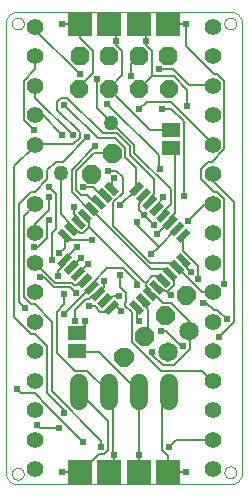
<source format=gbl>
G75*
G70*
%OFA0B0*%
%FSLAX24Y24*%
%IPPOS*%
%LPD*%
%AMOC8*
5,1,8,0,0,1.08239X$1,22.5*
%
%ADD10C,0.0000*%
%ADD11C,0.0560*%
%ADD12R,0.0500X0.0220*%
%ADD13R,0.0220X0.0500*%
%ADD14R,0.0630X0.0460*%
%ADD15C,0.0600*%
%ADD16OC8,0.0594*%
%ADD17R,0.0787X0.0787*%
%ADD18C,0.0500*%
%ADD19C,0.0650*%
%ADD20OC8,0.0630*%
%ADD21C,0.0126*%
%ADD22C,0.0080*%
%ADD23C,0.0240*%
D10*
X000529Y001425D02*
X007615Y001425D01*
X007418Y001819D02*
X007420Y001846D01*
X007426Y001873D01*
X007435Y001899D01*
X007448Y001923D01*
X007464Y001946D01*
X007483Y001965D01*
X007505Y001982D01*
X007529Y001996D01*
X007554Y002006D01*
X007581Y002013D01*
X007608Y002016D01*
X007636Y002015D01*
X007663Y002010D01*
X007689Y002002D01*
X007713Y001990D01*
X007736Y001974D01*
X007757Y001956D01*
X007774Y001935D01*
X007789Y001911D01*
X007800Y001886D01*
X007808Y001860D01*
X007812Y001833D01*
X007812Y001805D01*
X007808Y001778D01*
X007800Y001752D01*
X007789Y001727D01*
X007774Y001703D01*
X007757Y001682D01*
X007736Y001664D01*
X007714Y001648D01*
X007689Y001636D01*
X007663Y001628D01*
X007636Y001623D01*
X007608Y001622D01*
X007581Y001625D01*
X007554Y001632D01*
X007529Y001642D01*
X007505Y001656D01*
X007483Y001673D01*
X007464Y001692D01*
X007448Y001715D01*
X007435Y001739D01*
X007426Y001765D01*
X007420Y001792D01*
X007418Y001819D01*
X007615Y001425D02*
X007654Y001427D01*
X007692Y001433D01*
X007729Y001442D01*
X007766Y001455D01*
X007801Y001472D01*
X007834Y001491D01*
X007865Y001514D01*
X007894Y001540D01*
X007920Y001569D01*
X007943Y001600D01*
X007962Y001633D01*
X007979Y001668D01*
X007992Y001705D01*
X008001Y001742D01*
X008007Y001780D01*
X008009Y001819D01*
X008009Y016780D01*
X007418Y016780D02*
X007420Y016807D01*
X007426Y016834D01*
X007435Y016860D01*
X007448Y016884D01*
X007464Y016907D01*
X007483Y016926D01*
X007505Y016943D01*
X007529Y016957D01*
X007554Y016967D01*
X007581Y016974D01*
X007608Y016977D01*
X007636Y016976D01*
X007663Y016971D01*
X007689Y016963D01*
X007713Y016951D01*
X007736Y016935D01*
X007757Y016917D01*
X007774Y016896D01*
X007789Y016872D01*
X007800Y016847D01*
X007808Y016821D01*
X007812Y016794D01*
X007812Y016766D01*
X007808Y016739D01*
X007800Y016713D01*
X007789Y016688D01*
X007774Y016664D01*
X007757Y016643D01*
X007736Y016625D01*
X007714Y016609D01*
X007689Y016597D01*
X007663Y016589D01*
X007636Y016584D01*
X007608Y016583D01*
X007581Y016586D01*
X007554Y016593D01*
X007529Y016603D01*
X007505Y016617D01*
X007483Y016634D01*
X007464Y016653D01*
X007448Y016676D01*
X007435Y016700D01*
X007426Y016726D01*
X007420Y016753D01*
X007418Y016780D01*
X007615Y017174D02*
X007654Y017172D01*
X007692Y017166D01*
X007729Y017157D01*
X007766Y017144D01*
X007801Y017127D01*
X007834Y017108D01*
X007865Y017085D01*
X007894Y017059D01*
X007920Y017030D01*
X007943Y016999D01*
X007962Y016966D01*
X007979Y016931D01*
X007992Y016894D01*
X008001Y016857D01*
X008007Y016819D01*
X008009Y016780D01*
X007615Y017173D02*
X000529Y017173D01*
X000332Y016780D02*
X000334Y016807D01*
X000340Y016834D01*
X000349Y016860D01*
X000362Y016884D01*
X000378Y016907D01*
X000397Y016926D01*
X000419Y016943D01*
X000443Y016957D01*
X000468Y016967D01*
X000495Y016974D01*
X000522Y016977D01*
X000550Y016976D01*
X000577Y016971D01*
X000603Y016963D01*
X000627Y016951D01*
X000650Y016935D01*
X000671Y016917D01*
X000688Y016896D01*
X000703Y016872D01*
X000714Y016847D01*
X000722Y016821D01*
X000726Y016794D01*
X000726Y016766D01*
X000722Y016739D01*
X000714Y016713D01*
X000703Y016688D01*
X000688Y016664D01*
X000671Y016643D01*
X000650Y016625D01*
X000628Y016609D01*
X000603Y016597D01*
X000577Y016589D01*
X000550Y016584D01*
X000522Y016583D01*
X000495Y016586D01*
X000468Y016593D01*
X000443Y016603D01*
X000419Y016617D01*
X000397Y016634D01*
X000378Y016653D01*
X000362Y016676D01*
X000349Y016700D01*
X000340Y016726D01*
X000334Y016753D01*
X000332Y016780D01*
X000135Y016780D02*
X000137Y016819D01*
X000143Y016857D01*
X000152Y016894D01*
X000165Y016931D01*
X000182Y016966D01*
X000201Y016999D01*
X000224Y017030D01*
X000250Y017059D01*
X000279Y017085D01*
X000310Y017108D01*
X000343Y017127D01*
X000378Y017144D01*
X000415Y017157D01*
X000452Y017166D01*
X000490Y017172D01*
X000529Y017174D01*
X000135Y016780D02*
X000135Y001819D01*
X000137Y001780D01*
X000143Y001742D01*
X000152Y001705D01*
X000165Y001668D01*
X000182Y001633D01*
X000201Y001600D01*
X000224Y001569D01*
X000250Y001540D01*
X000279Y001514D01*
X000310Y001491D01*
X000343Y001472D01*
X000378Y001455D01*
X000415Y001442D01*
X000452Y001433D01*
X000490Y001427D01*
X000529Y001425D01*
X000332Y001770D02*
X000334Y001797D01*
X000340Y001824D01*
X000349Y001850D01*
X000362Y001874D01*
X000378Y001897D01*
X000397Y001916D01*
X000419Y001933D01*
X000443Y001947D01*
X000468Y001957D01*
X000495Y001964D01*
X000522Y001967D01*
X000550Y001966D01*
X000577Y001961D01*
X000603Y001953D01*
X000627Y001941D01*
X000650Y001925D01*
X000671Y001907D01*
X000688Y001886D01*
X000703Y001862D01*
X000714Y001837D01*
X000722Y001811D01*
X000726Y001784D01*
X000726Y001756D01*
X000722Y001729D01*
X000714Y001703D01*
X000703Y001678D01*
X000688Y001654D01*
X000671Y001633D01*
X000650Y001615D01*
X000628Y001599D01*
X000603Y001587D01*
X000577Y001579D01*
X000550Y001574D01*
X000522Y001573D01*
X000495Y001576D01*
X000468Y001583D01*
X000443Y001593D01*
X000419Y001607D01*
X000397Y001624D01*
X000378Y001643D01*
X000362Y001666D01*
X000349Y001690D01*
X000340Y001716D01*
X000334Y001743D01*
X000332Y001770D01*
D11*
X001119Y001917D03*
X001119Y002902D03*
X001119Y003886D03*
X001119Y004870D03*
X001119Y005854D03*
X001119Y006839D03*
X001119Y007823D03*
X001119Y008807D03*
X001119Y009791D03*
X001119Y010776D03*
X001119Y011760D03*
X001119Y012744D03*
X001119Y013728D03*
X001119Y014713D03*
X001119Y015697D03*
X001119Y016681D03*
X007025Y016681D03*
X007025Y015697D03*
X007025Y014713D03*
X007025Y013728D03*
X007025Y012744D03*
X007025Y011760D03*
X007025Y010776D03*
X007025Y009791D03*
X007025Y008807D03*
X007025Y007823D03*
X007025Y006839D03*
X007025Y005854D03*
X007025Y004870D03*
X007025Y003886D03*
X007025Y002902D03*
X007025Y001917D03*
D12*
G36*
X004612Y007801D02*
X004964Y007449D01*
X004808Y007293D01*
X004456Y007645D01*
X004612Y007801D01*
G37*
G36*
X004389Y007579D02*
X004741Y007227D01*
X004585Y007071D01*
X004233Y007423D01*
X004389Y007579D01*
G37*
G36*
X004835Y008024D02*
X005187Y007672D01*
X005031Y007516D01*
X004679Y007868D01*
X004835Y008024D01*
G37*
G36*
X005058Y008247D02*
X005410Y007895D01*
X005254Y007739D01*
X004902Y008091D01*
X005058Y008247D01*
G37*
G36*
X005280Y008470D02*
X005632Y008118D01*
X005476Y007962D01*
X005124Y008314D01*
X005280Y008470D01*
G37*
G36*
X005503Y008692D02*
X005855Y008340D01*
X005699Y008184D01*
X005347Y008536D01*
X005503Y008692D01*
G37*
G36*
X005726Y008915D02*
X006078Y008563D01*
X005922Y008407D01*
X005570Y008759D01*
X005726Y008915D01*
G37*
G36*
X005948Y009138D02*
X006300Y008786D01*
X006144Y008630D01*
X005792Y008982D01*
X005948Y009138D01*
G37*
G36*
X003558Y011528D02*
X003910Y011176D01*
X003754Y011020D01*
X003402Y011372D01*
X003558Y011528D01*
G37*
G36*
X003336Y011305D02*
X003688Y010953D01*
X003532Y010797D01*
X003180Y011149D01*
X003336Y011305D01*
G37*
G36*
X003113Y011082D02*
X003465Y010730D01*
X003309Y010574D01*
X002957Y010926D01*
X003113Y011082D01*
G37*
G36*
X002890Y010860D02*
X003242Y010508D01*
X003086Y010352D01*
X002734Y010704D01*
X002890Y010860D01*
G37*
G36*
X002668Y010637D02*
X003020Y010285D01*
X002864Y010129D01*
X002512Y010481D01*
X002668Y010637D01*
G37*
G36*
X002445Y010414D02*
X002797Y010062D01*
X002641Y009906D01*
X002289Y010258D01*
X002445Y010414D01*
G37*
G36*
X002222Y010191D02*
X002574Y009839D01*
X002418Y009683D01*
X002066Y010035D01*
X002222Y010191D01*
G37*
G36*
X001999Y009969D02*
X002351Y009617D01*
X002195Y009461D01*
X001843Y009813D01*
X001999Y009969D01*
G37*
D13*
G36*
X002195Y009138D02*
X002351Y008982D01*
X001999Y008630D01*
X001843Y008786D01*
X002195Y009138D01*
G37*
G36*
X002418Y008915D02*
X002574Y008759D01*
X002222Y008407D01*
X002066Y008563D01*
X002418Y008915D01*
G37*
G36*
X002641Y008692D02*
X002797Y008536D01*
X002445Y008184D01*
X002289Y008340D01*
X002641Y008692D01*
G37*
G36*
X002864Y008470D02*
X003020Y008314D01*
X002668Y007962D01*
X002512Y008118D01*
X002864Y008470D01*
G37*
G36*
X003086Y008247D02*
X003242Y008091D01*
X002890Y007739D01*
X002734Y007895D01*
X003086Y008247D01*
G37*
G36*
X003309Y008024D02*
X003465Y007868D01*
X003113Y007516D01*
X002957Y007672D01*
X003309Y008024D01*
G37*
G36*
X003532Y007801D02*
X003688Y007645D01*
X003336Y007293D01*
X003180Y007449D01*
X003532Y007801D01*
G37*
G36*
X003754Y007579D02*
X003910Y007423D01*
X003558Y007071D01*
X003402Y007227D01*
X003754Y007579D01*
G37*
G36*
X005254Y010860D02*
X005410Y010704D01*
X005058Y010352D01*
X004902Y010508D01*
X005254Y010860D01*
G37*
G36*
X005031Y011082D02*
X005187Y010926D01*
X004835Y010574D01*
X004679Y010730D01*
X005031Y011082D01*
G37*
G36*
X004808Y011305D02*
X004964Y011149D01*
X004612Y010797D01*
X004456Y010953D01*
X004808Y011305D01*
G37*
G36*
X004585Y011528D02*
X004741Y011372D01*
X004389Y011020D01*
X004233Y011176D01*
X004585Y011528D01*
G37*
G36*
X005476Y010637D02*
X005632Y010481D01*
X005280Y010129D01*
X005124Y010285D01*
X005476Y010637D01*
G37*
G36*
X005699Y010414D02*
X005855Y010258D01*
X005503Y009906D01*
X005347Y010062D01*
X005699Y010414D01*
G37*
G36*
X005922Y010191D02*
X006078Y010035D01*
X005726Y009683D01*
X005570Y009839D01*
X005922Y010191D01*
G37*
G36*
X006144Y009969D02*
X006300Y009813D01*
X005948Y009461D01*
X005792Y009617D01*
X006144Y009969D01*
G37*
D14*
X005647Y012641D03*
X005647Y013241D03*
X002497Y006450D03*
X002497Y005850D03*
D15*
X002572Y004800D02*
X002572Y004200D01*
X003572Y004200D02*
X003572Y004800D01*
X004572Y004800D02*
X004572Y004200D01*
X005572Y004200D02*
X005572Y004800D01*
D16*
X005572Y014605D03*
X004572Y014605D03*
X003572Y014605D03*
X002572Y014605D03*
D17*
X002596Y016780D03*
X003580Y016780D03*
X004564Y016780D03*
X005548Y016780D03*
X005548Y001819D03*
X004564Y001819D03*
X003580Y001819D03*
X002596Y001819D03*
D18*
X001957Y011811D03*
X003628Y013481D03*
D19*
X006237Y006543D03*
X005530Y005836D03*
D20*
X005548Y015697D03*
X004564Y015697D03*
X003580Y015697D03*
X002596Y015697D03*
D21*
X003490Y012408D02*
X003427Y012345D01*
X003427Y012553D01*
X003574Y012700D01*
X003782Y012700D01*
X003929Y012553D01*
X003929Y012345D01*
X003782Y012198D01*
X003574Y012198D01*
X003427Y012345D01*
X003522Y012384D01*
X003522Y012514D01*
X003613Y012605D01*
X003743Y012605D01*
X003834Y012514D01*
X003834Y012384D01*
X003743Y012293D01*
X003613Y012293D01*
X003522Y012384D01*
X003616Y012423D01*
X003616Y012475D01*
X003652Y012511D01*
X003704Y012511D01*
X003740Y012475D01*
X003740Y012423D01*
X003704Y012387D01*
X003652Y012387D01*
X003616Y012423D01*
X002801Y011719D02*
X002738Y011656D01*
X002738Y011864D01*
X002885Y012011D01*
X003093Y012011D01*
X003240Y011864D01*
X003240Y011656D01*
X003093Y011509D01*
X002885Y011509D01*
X002738Y011656D01*
X002833Y011695D01*
X002833Y011825D01*
X002924Y011916D01*
X003054Y011916D01*
X003145Y011825D01*
X003145Y011695D01*
X003054Y011604D01*
X002924Y011604D01*
X002833Y011695D01*
X002927Y011734D01*
X002927Y011786D01*
X002963Y011822D01*
X003015Y011822D01*
X003051Y011786D01*
X003051Y011734D01*
X003015Y011698D01*
X002963Y011698D01*
X002927Y011734D01*
X004573Y006305D02*
X004510Y006242D01*
X004510Y006450D01*
X004657Y006597D01*
X004865Y006597D01*
X005012Y006450D01*
X005012Y006242D01*
X004865Y006095D01*
X004657Y006095D01*
X004510Y006242D01*
X004605Y006281D01*
X004605Y006411D01*
X004696Y006502D01*
X004826Y006502D01*
X004917Y006411D01*
X004917Y006281D01*
X004826Y006190D01*
X004696Y006190D01*
X004605Y006281D01*
X004699Y006320D01*
X004699Y006372D01*
X004735Y006408D01*
X004787Y006408D01*
X004823Y006372D01*
X004823Y006320D01*
X004787Y006284D01*
X004735Y006284D01*
X004699Y006320D01*
X003884Y005616D02*
X003821Y005553D01*
X003821Y005761D01*
X003968Y005908D01*
X004176Y005908D01*
X004323Y005761D01*
X004323Y005553D01*
X004176Y005406D01*
X003968Y005406D01*
X003821Y005553D01*
X003916Y005592D01*
X003916Y005722D01*
X004007Y005813D01*
X004137Y005813D01*
X004228Y005722D01*
X004228Y005592D01*
X004137Y005501D01*
X004007Y005501D01*
X003916Y005592D01*
X004010Y005631D01*
X004010Y005683D01*
X004046Y005719D01*
X004098Y005719D01*
X004134Y005683D01*
X004134Y005631D01*
X004098Y005595D01*
X004046Y005595D01*
X004010Y005631D01*
X005262Y006994D02*
X005199Y006931D01*
X005199Y007139D01*
X005346Y007286D01*
X005554Y007286D01*
X005701Y007139D01*
X005701Y006931D01*
X005554Y006784D01*
X005346Y006784D01*
X005199Y006931D01*
X005294Y006970D01*
X005294Y007100D01*
X005385Y007191D01*
X005515Y007191D01*
X005606Y007100D01*
X005606Y006970D01*
X005515Y006879D01*
X005385Y006879D01*
X005294Y006970D01*
X005388Y007009D01*
X005388Y007061D01*
X005424Y007097D01*
X005476Y007097D01*
X005512Y007061D01*
X005512Y007009D01*
X005476Y006973D01*
X005424Y006973D01*
X005388Y007009D01*
X005951Y007683D02*
X005888Y007620D01*
X005888Y007828D01*
X006035Y007975D01*
X006243Y007975D01*
X006390Y007828D01*
X006390Y007620D01*
X006243Y007473D01*
X006035Y007473D01*
X005888Y007620D01*
X005983Y007659D01*
X005983Y007789D01*
X006074Y007880D01*
X006204Y007880D01*
X006295Y007789D01*
X006295Y007659D01*
X006204Y007568D01*
X006074Y007568D01*
X005983Y007659D01*
X006077Y007698D01*
X006077Y007750D01*
X006113Y007786D01*
X006165Y007786D01*
X006201Y007750D01*
X006201Y007698D01*
X006165Y007662D01*
X006113Y007662D01*
X006077Y007698D01*
D22*
X005749Y008071D02*
X005749Y008291D01*
X005607Y008433D01*
X005601Y008438D01*
X005560Y008449D01*
X005426Y008583D01*
X004962Y008583D01*
X002993Y010551D01*
X002993Y010598D01*
X002988Y010606D01*
X002954Y010535D01*
X002324Y011165D01*
X002324Y011913D01*
X003096Y012685D01*
X003190Y012961D02*
X002080Y014071D01*
X001985Y014307D02*
X002174Y014307D01*
X003363Y013118D01*
X003828Y013118D01*
X004261Y012685D01*
X004261Y012402D01*
X005080Y011583D01*
X005080Y011102D01*
X004938Y010961D01*
X004938Y010835D01*
X004933Y010828D01*
X005159Y010740D02*
X005159Y010606D01*
X005156Y010606D01*
X005159Y010740D02*
X005387Y010969D01*
X005387Y011000D01*
X005623Y010756D02*
X005379Y010512D01*
X005379Y010386D01*
X005378Y010383D01*
X005560Y010150D02*
X005601Y010160D01*
X005607Y010165D01*
X005607Y010299D01*
X005781Y010472D01*
X005781Y012504D01*
X005647Y012638D01*
X005647Y012641D01*
X005647Y013241D02*
X005647Y013244D01*
X004930Y013244D01*
X003576Y014598D01*
X003572Y014605D01*
X003592Y014638D01*
X004009Y015055D01*
X004009Y015874D01*
X003820Y016063D01*
X003820Y016150D01*
X003804Y016189D01*
X003804Y016559D01*
X003584Y016780D01*
X003580Y016780D01*
X003025Y015874D02*
X003025Y015126D01*
X002576Y014677D01*
X002576Y014606D01*
X002572Y014605D01*
X002592Y015094D02*
X001119Y016567D01*
X001119Y016681D01*
X001119Y015697D02*
X001119Y015268D01*
X000725Y014874D01*
X000725Y013567D01*
X001072Y013220D01*
X001119Y012748D02*
X001119Y012744D01*
X001103Y012709D01*
X000411Y012016D01*
X000411Y006992D01*
X000962Y006441D01*
X001088Y006441D01*
X001513Y006016D01*
X001513Y004465D01*
X002072Y003906D01*
X002072Y003787D01*
X001907Y003291D02*
X001285Y003291D01*
X001166Y003409D01*
X001513Y004016D02*
X001513Y004047D01*
X001088Y004472D01*
X000631Y004472D01*
X000505Y004598D01*
X001513Y004016D02*
X002710Y002819D01*
X003237Y002425D02*
X002647Y001835D01*
X002631Y001835D01*
X002596Y001819D01*
X002009Y001819D01*
X003237Y002425D02*
X003411Y002425D01*
X003552Y002567D01*
X003552Y003520D01*
X002572Y004500D01*
X002426Y005213D02*
X002844Y005213D01*
X003536Y004520D01*
X003572Y004500D01*
X003710Y004362D01*
X003710Y002449D01*
X003725Y002409D01*
X003725Y001961D01*
X003584Y001819D01*
X003580Y001819D01*
X003316Y002661D02*
X003316Y002874D01*
X001670Y004520D01*
X001670Y006843D01*
X001088Y007425D01*
X000962Y007425D01*
X000725Y007661D01*
X000725Y010378D01*
X001119Y010772D01*
X001119Y010776D01*
X001088Y011173D02*
X000962Y011173D01*
X000568Y010780D01*
X000568Y007488D01*
X000773Y007283D01*
X001277Y008315D02*
X001395Y008315D01*
X001725Y007984D01*
X002269Y007984D01*
X002458Y007795D01*
X002489Y008071D02*
X002395Y008071D01*
X002324Y008142D01*
X001781Y008142D01*
X001119Y008803D01*
X001119Y008807D01*
X001072Y009315D02*
X001198Y009315D01*
X001513Y009630D01*
X001513Y010173D01*
X001568Y010228D01*
X001568Y010559D02*
X001119Y010110D01*
X001119Y009791D01*
X001568Y010559D02*
X001568Y010992D01*
X001804Y011087D02*
X001568Y011323D01*
X001513Y011598D02*
X001088Y011173D01*
X001513Y011598D02*
X001513Y011882D01*
X001804Y012173D01*
X002025Y012173D01*
X002836Y012984D01*
X002599Y012961D02*
X002387Y012748D01*
X001119Y012748D01*
X002009Y013079D02*
X001363Y013724D01*
X001119Y013724D01*
X001119Y013728D01*
X001119Y014299D02*
X002363Y013055D01*
X002599Y012961D02*
X002599Y013150D01*
X001844Y013906D01*
X001844Y014165D01*
X001985Y014307D01*
X001119Y014299D02*
X001119Y014713D01*
X002009Y016780D02*
X002596Y016780D01*
X002607Y016740D01*
X002607Y016291D01*
X003025Y015874D01*
X003159Y014929D02*
X003159Y013976D01*
X003615Y013520D01*
X003628Y013481D01*
X003631Y013480D01*
X003678Y013480D01*
X004418Y012740D01*
X004418Y012457D01*
X005623Y011252D01*
X005623Y010756D01*
X005560Y010150D02*
X005159Y009748D01*
X005072Y010063D02*
X004741Y010394D01*
X004568Y010567D01*
X004568Y010780D01*
X004710Y010921D01*
X004710Y011047D01*
X004710Y011051D01*
X004466Y011236D02*
X004487Y011274D01*
X004481Y011276D01*
X004481Y011969D01*
X004103Y012346D01*
X004103Y012630D01*
X003773Y012961D01*
X003190Y012961D01*
X003072Y012449D02*
X003678Y012449D01*
X003812Y011874D02*
X003544Y011874D01*
X003733Y011622D02*
X003662Y011551D01*
X003662Y011276D01*
X003656Y011274D01*
X004025Y011126D02*
X003718Y010819D01*
X003718Y010039D01*
X004954Y008803D01*
X005662Y008803D01*
X005788Y008677D01*
X005824Y008661D01*
X005828Y008654D01*
X006655Y007827D01*
X007025Y007827D01*
X007025Y007823D01*
X006820Y007472D02*
X007056Y007236D01*
X007182Y007236D01*
X007497Y006921D01*
X007733Y006827D02*
X007229Y006323D01*
X007733Y006827D02*
X007733Y010835D01*
X007025Y011543D01*
X007025Y011760D01*
X006993Y012157D02*
X006867Y012157D01*
X006631Y011921D01*
X006631Y011598D01*
X007056Y011173D01*
X007182Y011173D01*
X007418Y010937D01*
X007418Y008094D01*
X006820Y007472D02*
X006710Y007472D01*
X006544Y008268D02*
X006544Y008701D01*
X006048Y009197D01*
X006048Y009709D01*
X006046Y009715D01*
X006190Y010205D02*
X006757Y010772D01*
X007025Y010772D01*
X007025Y010776D01*
X006993Y012157D02*
X007418Y012583D01*
X007418Y014874D01*
X007182Y015110D01*
X007056Y015110D01*
X006151Y016016D01*
X006151Y016740D01*
X006135Y016780D01*
X005548Y016780D01*
X004804Y016063D02*
X004993Y015874D01*
X004993Y015024D01*
X005033Y015016D01*
X005741Y015016D01*
X006182Y014575D01*
X006182Y014039D01*
X006072Y013520D02*
X006072Y011039D01*
X005824Y009937D02*
X005820Y009937D01*
X005225Y009343D01*
X004505Y010063D01*
X004505Y010157D01*
X004025Y011126D02*
X004025Y011661D01*
X003812Y011874D01*
X003426Y011055D02*
X003434Y011051D01*
X003426Y011055D02*
X003300Y011055D01*
X003040Y011315D01*
X002718Y011315D01*
X002623Y011079D02*
X002828Y011079D01*
X003072Y010835D01*
X003206Y010835D01*
X003211Y010828D01*
X002773Y010378D02*
X002914Y010236D01*
X002914Y010016D01*
X002903Y010004D01*
X004749Y008157D01*
X004788Y008142D01*
X005009Y008362D01*
X005229Y008362D01*
X005371Y008220D01*
X005378Y008216D01*
X005285Y007992D02*
X005426Y007850D01*
X005529Y007850D01*
X005544Y007811D01*
X005631Y007724D01*
X005529Y007850D02*
X005749Y008071D01*
X005623Y007465D02*
X006237Y006850D01*
X006237Y006543D01*
X006253Y006504D01*
X006285Y006472D01*
X006285Y005929D01*
X005749Y005394D01*
X005355Y005394D01*
X005009Y005740D01*
X005009Y005827D01*
X004765Y006346D02*
X004761Y006346D01*
X004765Y006346D02*
X004859Y006441D01*
X004859Y007268D01*
X004718Y007409D01*
X004718Y007543D01*
X004710Y007547D01*
X004489Y007323D02*
X004487Y007325D01*
X004489Y007323D02*
X004489Y006937D01*
X004568Y006858D01*
X004332Y007165D02*
X004332Y006173D01*
X005292Y005213D01*
X006686Y005213D01*
X007025Y004874D01*
X007025Y004870D01*
X007025Y002902D02*
X007025Y002898D01*
X005812Y002898D01*
X005576Y002661D01*
X005340Y002567D02*
X005536Y002370D01*
X005536Y001858D01*
X005548Y001819D01*
X006135Y001819D01*
X005340Y002567D02*
X005340Y004268D01*
X005572Y004500D01*
X005962Y006024D02*
X005458Y006528D01*
X005316Y006528D01*
X005371Y007465D02*
X005623Y007465D01*
X005371Y007465D02*
X005080Y007756D01*
X004970Y007756D01*
X004933Y007770D01*
X004930Y007772D01*
X004930Y007906D01*
X004788Y008047D01*
X004788Y008142D01*
X004505Y008150D02*
X004033Y008622D01*
X003513Y008622D01*
X003001Y008110D01*
X003001Y008031D01*
X002988Y007993D01*
X002985Y007992D01*
X002080Y007087D01*
X001844Y007181D02*
X002080Y007417D01*
X002080Y007748D01*
X001844Y007181D02*
X001844Y005795D01*
X002426Y005213D01*
X002497Y005843D02*
X002497Y005850D01*
X002497Y005843D02*
X003229Y005843D01*
X004572Y004500D01*
X004568Y004465D01*
X004568Y002409D01*
X004568Y001819D01*
X004564Y001819D01*
X005962Y006024D02*
X006048Y006024D01*
X005285Y007992D02*
X005159Y007992D01*
X005156Y007993D01*
X004985Y009102D02*
X005225Y009343D01*
X004505Y008150D02*
X004505Y008071D01*
X004151Y007795D02*
X004151Y007504D01*
X004119Y007472D01*
X004119Y007378D01*
X004332Y007165D01*
X004151Y007795D02*
X003938Y008008D01*
X003938Y008386D01*
X003914Y007701D02*
X003718Y007701D01*
X003568Y007551D01*
X003434Y007551D01*
X003434Y007547D01*
X003206Y007764D02*
X003211Y007770D01*
X003222Y007811D01*
X003418Y008008D01*
X003418Y008197D01*
X003206Y007764D02*
X003072Y007764D01*
X002899Y007591D01*
X002804Y007591D01*
X002442Y007228D01*
X002442Y006874D01*
X002757Y006717D02*
X002497Y006457D01*
X002497Y006450D01*
X002757Y006717D02*
X002757Y006874D01*
X002899Y007354D02*
X003111Y007354D01*
X003285Y007181D01*
X003521Y007181D01*
X003631Y007291D01*
X003656Y007325D01*
X003662Y007323D01*
X003844Y007323D01*
X003962Y007205D01*
X002544Y008441D02*
X002875Y008772D01*
X002639Y008976D02*
X002324Y008661D01*
X002320Y008661D01*
X002544Y008441D02*
X002543Y008438D01*
X002631Y008213D02*
X002489Y008071D01*
X002631Y008213D02*
X002765Y008213D01*
X002766Y008216D01*
X002111Y008921D02*
X002521Y009331D01*
X002592Y009795D02*
X002694Y009795D01*
X002903Y010004D01*
X002773Y010378D02*
X002766Y010383D01*
X002536Y010299D02*
X002536Y010165D01*
X002543Y010160D01*
X002536Y010299D02*
X002395Y010441D01*
X002395Y010661D01*
X002623Y011079D02*
X002481Y011220D01*
X002481Y011858D01*
X003072Y012449D01*
X003489Y014110D02*
X003513Y014110D01*
X005222Y012402D01*
X005222Y011984D01*
X005285Y011921D01*
X006072Y013520D02*
X005647Y013945D01*
X005340Y013945D01*
X005623Y014181D02*
X004844Y014181D01*
X004584Y013921D01*
X004572Y014605D02*
X004576Y014606D01*
X004993Y015024D01*
X005229Y015252D02*
X005718Y015252D01*
X006253Y014717D01*
X007025Y014717D01*
X007025Y014713D01*
X005623Y014181D02*
X007025Y012780D01*
X007025Y012744D01*
X006046Y008884D02*
X006048Y008882D01*
X006048Y008764D01*
X006300Y008512D01*
X003954Y010724D02*
X004466Y011236D01*
X003009Y009567D02*
X002135Y009567D01*
X002097Y009715D01*
X002096Y009709D01*
X002096Y009307D01*
X001907Y009118D01*
X002111Y008921D02*
X002097Y008884D01*
X002096Y008882D01*
X002096Y008748D01*
X001883Y008535D01*
X001883Y008378D01*
X001670Y008882D02*
X001670Y009803D01*
X001804Y009937D01*
X001804Y011087D01*
X001962Y010425D02*
X001962Y011803D01*
X001957Y011811D01*
X001962Y010425D02*
X002308Y010079D01*
X002308Y009976D01*
X002320Y009937D01*
X002324Y009937D01*
X002450Y009937D01*
X002592Y009795D01*
X004292Y015016D02*
X004292Y015425D01*
X004564Y015697D01*
X004804Y016063D02*
X004804Y016150D01*
X004788Y016189D01*
X004788Y016559D01*
X004568Y016780D01*
X004564Y016780D01*
D23*
X004788Y016189D03*
X005229Y015252D03*
X005340Y013945D03*
X004584Y013921D03*
X004292Y015016D03*
X003804Y016189D03*
X003159Y014929D03*
X003489Y014110D03*
X003096Y012685D03*
X002836Y012984D03*
X002363Y013055D03*
X002009Y013079D03*
X002080Y014071D03*
X002592Y015094D03*
X002009Y016780D03*
X001072Y013220D03*
X001568Y011323D03*
X001568Y010992D03*
X001568Y010228D03*
X001072Y009315D03*
X001277Y008315D03*
X001670Y008882D03*
X001907Y009118D03*
X001883Y008378D03*
X002080Y007748D03*
X002458Y007795D03*
X002080Y007087D03*
X002442Y006874D03*
X002757Y006874D03*
X002899Y007354D03*
X003418Y008197D03*
X003938Y008386D03*
X003914Y007701D03*
X003962Y007205D03*
X004505Y008071D03*
X004985Y009102D03*
X005159Y009748D03*
X005072Y010063D03*
X004741Y010394D03*
X004505Y010157D03*
X003954Y010724D03*
X003733Y011622D03*
X003544Y011874D03*
X002718Y011315D03*
X002395Y010661D03*
X003009Y009567D03*
X002639Y008976D03*
X002521Y009331D03*
X002875Y008772D03*
X004568Y006858D03*
X005009Y005827D03*
X005316Y006528D03*
X005631Y007724D03*
X006300Y008512D03*
X006544Y008268D03*
X006710Y007472D03*
X007229Y006323D03*
X007497Y006921D03*
X007418Y008094D03*
X006190Y010205D03*
X006072Y011039D03*
X005387Y011000D03*
X005285Y011921D03*
X006182Y014039D03*
X006135Y016780D03*
X006048Y006024D03*
X005576Y002661D03*
X006135Y001819D03*
X004568Y002409D03*
X003725Y002409D03*
X003316Y002661D03*
X002710Y002819D03*
X002072Y003787D03*
X001907Y003291D03*
X002009Y001819D03*
X001166Y003409D03*
X000505Y004598D03*
X000773Y007283D03*
M02*

</source>
